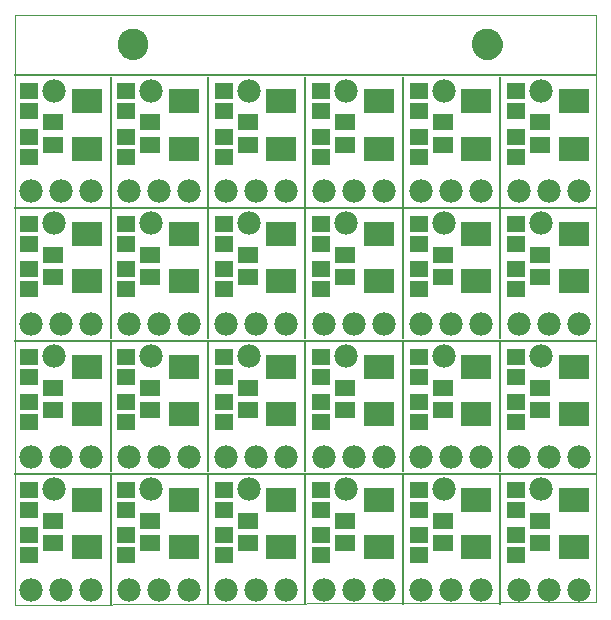
<source format=gts>
G75*
G70*
%OFA0B0*%
%FSLAX24Y24*%
%IPPOS*%
%LPD*%
%AMOC8*
5,1,8,0,0,1.08239X$1,22.5*
%
%ADD10R,0.0098X0.4331*%
%ADD11R,1.9390X0.0098*%
%ADD12C,0.0000*%
%ADD13C,0.1024*%
%ADD14R,0.0985X0.0827*%
%ADD15R,0.0631X0.0552*%
%ADD16R,0.0670X0.0552*%
%ADD17C,0.0780*%
D10*
X003340Y002306D03*
X006588Y002306D03*
X009836Y002306D03*
X013084Y002306D03*
X016332Y002306D03*
X016332Y006736D03*
X013084Y006736D03*
X009836Y006736D03*
X006588Y006736D03*
X003340Y006736D03*
X003340Y011165D03*
X006588Y011165D03*
X009836Y011165D03*
X013084Y011165D03*
X016332Y011165D03*
X016332Y015594D03*
X013084Y015594D03*
X009836Y015594D03*
X006588Y015594D03*
X003340Y015594D03*
D11*
X009836Y017808D03*
X009836Y013379D03*
X009836Y008950D03*
X009836Y004521D03*
D12*
X000141Y000141D02*
X000141Y019826D01*
X019531Y019826D01*
X019531Y000240D01*
X000141Y000141D01*
X003586Y018842D02*
X003588Y018886D01*
X003594Y018930D01*
X003604Y018973D01*
X003617Y019015D01*
X003635Y019055D01*
X003656Y019094D01*
X003680Y019131D01*
X003707Y019166D01*
X003738Y019198D01*
X003771Y019227D01*
X003807Y019253D01*
X003845Y019275D01*
X003885Y019294D01*
X003926Y019310D01*
X003969Y019322D01*
X004012Y019330D01*
X004056Y019334D01*
X004100Y019334D01*
X004144Y019330D01*
X004187Y019322D01*
X004230Y019310D01*
X004271Y019294D01*
X004311Y019275D01*
X004349Y019253D01*
X004385Y019227D01*
X004418Y019198D01*
X004449Y019166D01*
X004476Y019131D01*
X004500Y019094D01*
X004521Y019055D01*
X004539Y019015D01*
X004552Y018973D01*
X004562Y018930D01*
X004568Y018886D01*
X004570Y018842D01*
X004568Y018798D01*
X004562Y018754D01*
X004552Y018711D01*
X004539Y018669D01*
X004521Y018629D01*
X004500Y018590D01*
X004476Y018553D01*
X004449Y018518D01*
X004418Y018486D01*
X004385Y018457D01*
X004349Y018431D01*
X004311Y018409D01*
X004271Y018390D01*
X004230Y018374D01*
X004187Y018362D01*
X004144Y018354D01*
X004100Y018350D01*
X004056Y018350D01*
X004012Y018354D01*
X003969Y018362D01*
X003926Y018374D01*
X003885Y018390D01*
X003845Y018409D01*
X003807Y018431D01*
X003771Y018457D01*
X003738Y018486D01*
X003707Y018518D01*
X003680Y018553D01*
X003656Y018590D01*
X003635Y018629D01*
X003617Y018669D01*
X003604Y018711D01*
X003594Y018754D01*
X003588Y018798D01*
X003586Y018842D01*
X015397Y018842D02*
X015399Y018886D01*
X015405Y018930D01*
X015415Y018973D01*
X015428Y019015D01*
X015446Y019055D01*
X015467Y019094D01*
X015491Y019131D01*
X015518Y019166D01*
X015549Y019198D01*
X015582Y019227D01*
X015618Y019253D01*
X015656Y019275D01*
X015696Y019294D01*
X015737Y019310D01*
X015780Y019322D01*
X015823Y019330D01*
X015867Y019334D01*
X015911Y019334D01*
X015955Y019330D01*
X015998Y019322D01*
X016041Y019310D01*
X016082Y019294D01*
X016122Y019275D01*
X016160Y019253D01*
X016196Y019227D01*
X016229Y019198D01*
X016260Y019166D01*
X016287Y019131D01*
X016311Y019094D01*
X016332Y019055D01*
X016350Y019015D01*
X016363Y018973D01*
X016373Y018930D01*
X016379Y018886D01*
X016381Y018842D01*
X016379Y018798D01*
X016373Y018754D01*
X016363Y018711D01*
X016350Y018669D01*
X016332Y018629D01*
X016311Y018590D01*
X016287Y018553D01*
X016260Y018518D01*
X016229Y018486D01*
X016196Y018457D01*
X016160Y018431D01*
X016122Y018409D01*
X016082Y018390D01*
X016041Y018374D01*
X015998Y018362D01*
X015955Y018354D01*
X015911Y018350D01*
X015867Y018350D01*
X015823Y018354D01*
X015780Y018362D01*
X015737Y018374D01*
X015696Y018390D01*
X015656Y018409D01*
X015618Y018431D01*
X015582Y018457D01*
X015549Y018486D01*
X015518Y018518D01*
X015491Y018553D01*
X015467Y018590D01*
X015446Y018629D01*
X015428Y018669D01*
X015415Y018711D01*
X015405Y018754D01*
X015399Y018798D01*
X015397Y018842D01*
D13*
X015889Y018842D03*
X004078Y018842D03*
D14*
X002541Y016936D03*
X002541Y015361D03*
X002541Y012507D03*
X002541Y010932D03*
X002541Y008078D03*
X002541Y006503D03*
X002541Y003649D03*
X002541Y002074D03*
X005789Y002074D03*
X005789Y003649D03*
X005789Y006503D03*
X005789Y008078D03*
X005789Y010932D03*
X005789Y012507D03*
X005789Y015361D03*
X005789Y016936D03*
X009037Y016936D03*
X009037Y015361D03*
X009037Y012507D03*
X009037Y010932D03*
X009037Y008078D03*
X009037Y006503D03*
X009037Y003649D03*
X009037Y002074D03*
X012285Y002074D03*
X012285Y003649D03*
X012285Y006503D03*
X012285Y008078D03*
X012285Y010932D03*
X012285Y012507D03*
X012285Y015361D03*
X012285Y016936D03*
X015533Y016936D03*
X015533Y015361D03*
X015533Y012507D03*
X015533Y010932D03*
X015533Y008078D03*
X015533Y006503D03*
X015533Y003649D03*
X015533Y002074D03*
X018781Y002074D03*
X018781Y003649D03*
X018781Y006503D03*
X018781Y008078D03*
X018781Y010932D03*
X018781Y012507D03*
X018781Y015361D03*
X018781Y016936D03*
D15*
X016861Y016614D03*
X016861Y017283D03*
X016861Y015763D03*
X016861Y015094D03*
X016861Y012854D03*
X016861Y012185D03*
X016861Y011334D03*
X016861Y010665D03*
X016861Y008425D03*
X016861Y007756D03*
X016861Y006905D03*
X016861Y006236D03*
X016861Y003996D03*
X016861Y003326D03*
X016861Y002476D03*
X016861Y001806D03*
X013613Y001806D03*
X013613Y002476D03*
X013613Y003326D03*
X013613Y003996D03*
X013613Y006236D03*
X013613Y006905D03*
X013613Y007756D03*
X013613Y008425D03*
X013613Y010665D03*
X013613Y011334D03*
X013613Y012185D03*
X013613Y012854D03*
X013613Y015094D03*
X013613Y015763D03*
X013613Y016614D03*
X013613Y017283D03*
X010365Y017283D03*
X010365Y016614D03*
X010365Y015763D03*
X010365Y015094D03*
X010365Y012854D03*
X010365Y012185D03*
X010365Y011334D03*
X010365Y010665D03*
X010365Y008425D03*
X010365Y007756D03*
X010365Y006905D03*
X010365Y006236D03*
X010365Y003996D03*
X010365Y003326D03*
X010365Y002476D03*
X010365Y001806D03*
X007117Y001806D03*
X007117Y002476D03*
X007117Y003326D03*
X007117Y003996D03*
X007117Y006236D03*
X007117Y006905D03*
X007117Y007756D03*
X007117Y008425D03*
X007117Y010665D03*
X007117Y011334D03*
X007117Y012185D03*
X007117Y012854D03*
X007117Y015094D03*
X007117Y015763D03*
X007117Y016614D03*
X007117Y017283D03*
X003869Y017283D03*
X003869Y016614D03*
X003869Y015763D03*
X003869Y015094D03*
X003869Y012854D03*
X003869Y012185D03*
X003869Y011334D03*
X003869Y010665D03*
X003869Y008425D03*
X003869Y007756D03*
X003869Y006905D03*
X003869Y006236D03*
X003869Y003996D03*
X003869Y003326D03*
X003869Y002476D03*
X003869Y001806D03*
X000621Y001806D03*
X000621Y002476D03*
X000621Y003326D03*
X000621Y003996D03*
X000621Y006236D03*
X000621Y006905D03*
X000621Y007756D03*
X000621Y008425D03*
X000621Y010665D03*
X000621Y011334D03*
X000621Y012185D03*
X000621Y012854D03*
X000621Y015094D03*
X000621Y015763D03*
X000621Y016614D03*
X000621Y017283D03*
D16*
X001421Y016243D03*
X001421Y015494D03*
X004669Y015494D03*
X004669Y016243D03*
X007917Y016243D03*
X007917Y015494D03*
X011165Y015494D03*
X011165Y016243D03*
X014413Y016243D03*
X014413Y015494D03*
X017661Y015494D03*
X017661Y016243D03*
X017661Y011813D03*
X017661Y011065D03*
X014413Y011065D03*
X014413Y011813D03*
X011165Y011813D03*
X011165Y011065D03*
X007917Y011065D03*
X007917Y011813D03*
X004669Y011813D03*
X004669Y011065D03*
X001421Y011065D03*
X001421Y011813D03*
X001421Y007384D03*
X001421Y006636D03*
X004669Y006636D03*
X004669Y007384D03*
X007917Y007384D03*
X007917Y006636D03*
X011165Y006636D03*
X011165Y007384D03*
X014413Y007384D03*
X014413Y006636D03*
X017661Y006636D03*
X017661Y007384D03*
X017661Y002955D03*
X017661Y002207D03*
X014413Y002207D03*
X014413Y002955D03*
X011165Y002955D03*
X011165Y002207D03*
X007917Y002207D03*
X007917Y002955D03*
X004669Y002955D03*
X004669Y002207D03*
X001421Y002207D03*
X001421Y002955D03*
D17*
X001451Y004006D03*
X001702Y005078D03*
X000702Y005078D03*
X002702Y005078D03*
X003950Y005078D03*
X004950Y005078D03*
X005950Y005078D03*
X007198Y005078D03*
X008198Y005078D03*
X009198Y005078D03*
X007947Y004006D03*
X010446Y005078D03*
X011446Y005078D03*
X012446Y005078D03*
X013694Y005078D03*
X014694Y005078D03*
X015694Y005078D03*
X014443Y004006D03*
X016942Y005078D03*
X017942Y005078D03*
X018942Y005078D03*
X017691Y004006D03*
X017942Y000649D03*
X016942Y000649D03*
X015694Y000649D03*
X014694Y000649D03*
X013694Y000649D03*
X012446Y000649D03*
X011446Y000649D03*
X010446Y000649D03*
X009198Y000649D03*
X008198Y000649D03*
X007198Y000649D03*
X005950Y000649D03*
X004950Y000649D03*
X003950Y000649D03*
X002702Y000649D03*
X001702Y000649D03*
X000702Y000649D03*
X004699Y004006D03*
X004699Y008435D03*
X004950Y009507D03*
X003950Y009507D03*
X002702Y009507D03*
X001702Y009507D03*
X000702Y009507D03*
X001451Y008435D03*
X001451Y012865D03*
X001702Y013936D03*
X000702Y013936D03*
X002702Y013936D03*
X003950Y013936D03*
X004950Y013936D03*
X005950Y013936D03*
X007198Y013936D03*
X008198Y013936D03*
X009198Y013936D03*
X007947Y012865D03*
X010446Y013936D03*
X011446Y013936D03*
X012446Y013936D03*
X013694Y013936D03*
X014694Y013936D03*
X015694Y013936D03*
X014443Y012865D03*
X016942Y013936D03*
X017942Y013936D03*
X018942Y013936D03*
X017691Y012865D03*
X017942Y009507D03*
X016942Y009507D03*
X017691Y008435D03*
X018942Y009507D03*
X015694Y009507D03*
X014694Y009507D03*
X013694Y009507D03*
X014443Y008435D03*
X012446Y009507D03*
X011446Y009507D03*
X010446Y009507D03*
X011195Y008435D03*
X009198Y009507D03*
X008198Y009507D03*
X007198Y009507D03*
X007947Y008435D03*
X005950Y009507D03*
X004699Y012865D03*
X004699Y017294D03*
X001451Y017294D03*
X007947Y017294D03*
X011195Y017294D03*
X014443Y017294D03*
X017691Y017294D03*
X011195Y012865D03*
X011195Y004006D03*
X018942Y000649D03*
M02*

</source>
